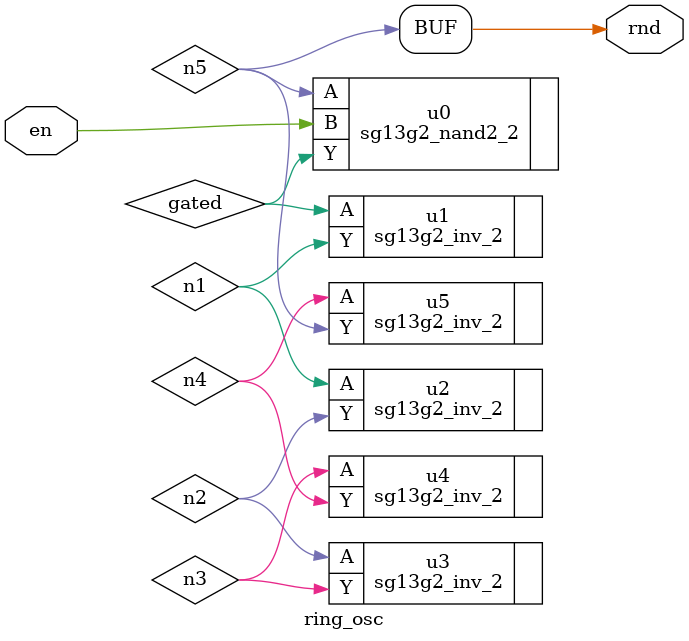
<source format=v>
`default_nettype none

module ring_osc (
    input  wire en, 
    output wire rnd 
);
    wire n1, n2, n3, n4, n5, gated;

    (* keep, dont_touch *) sg13g2_nand2_2 u0 (.Y(gated), .A(n5), .B(en));

    (* keep, dont_touch *) sg13g2_inv_2 u1 (.Y(n1), .A(gated));
    (* keep, dont_touch *) sg13g2_inv_2 u2 (.Y(n2), .A(n1));
    (* keep, dont_touch *) sg13g2_inv_2 u3 (.Y(n3), .A(n2));
    (* keep, dont_touch *) sg13g2_inv_2 u4 (.Y(n4), .A(n3));
    (* keep, dont_touch *) sg13g2_inv_2 u5 (.Y(n5), .A(n4));

    assign rnd = n5;

endmodule

</source>
